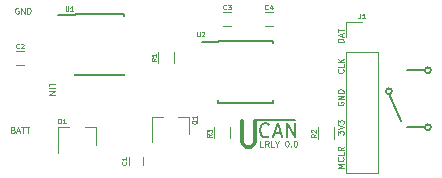
<source format=gbr>
G04 #@! TF.GenerationSoftware,KiCad,Pcbnew,(2018-02-16 revision c95340fba)-makepkg*
G04 #@! TF.CreationDate,2018-04-16T21:08:27+02:00*
G04 #@! TF.ProjectId,lin_bb,6C696E5F62622E6B696361645F706362,rev?*
G04 #@! TF.SameCoordinates,Original*
G04 #@! TF.FileFunction,Legend,Top*
G04 #@! TF.FilePolarity,Positive*
%FSLAX46Y46*%
G04 Gerber Fmt 4.6, Leading zero omitted, Abs format (unit mm)*
G04 Created by KiCad (PCBNEW (2018-02-16 revision c95340fba)-makepkg) date 04/16/18 21:08:27*
%MOMM*%
%LPD*%
G01*
G04 APERTURE LIST*
%ADD10C,0.200000*%
%ADD11C,0.300000*%
%ADD12C,0.125000*%
%ADD13C,0.120000*%
%ADD14C,0.150000*%
%ADD15C,0.100000*%
G04 APERTURE END LIST*
D10*
X157861000Y-118491000D02*
X161226500Y-118491000D01*
D11*
X156718071Y-118556238D02*
X156718071Y-120337190D01*
X156813309Y-120546714D01*
X156908547Y-120651476D01*
X157099023Y-120756238D01*
X157479976Y-120756238D01*
X157670452Y-120651476D01*
X157765690Y-120546714D01*
X157860928Y-120337190D01*
X157860928Y-118556238D01*
D12*
X158531880Y-120749190D02*
X158293785Y-120749190D01*
X158293785Y-120249190D01*
X158984261Y-120749190D02*
X158817595Y-120511095D01*
X158698547Y-120749190D02*
X158698547Y-120249190D01*
X158889023Y-120249190D01*
X158936642Y-120273000D01*
X158960452Y-120296809D01*
X158984261Y-120344428D01*
X158984261Y-120415857D01*
X158960452Y-120463476D01*
X158936642Y-120487285D01*
X158889023Y-120511095D01*
X158698547Y-120511095D01*
X159436642Y-120749190D02*
X159198547Y-120749190D01*
X159198547Y-120249190D01*
X159698547Y-120511095D02*
X159698547Y-120749190D01*
X159531880Y-120249190D02*
X159698547Y-120511095D01*
X159865214Y-120249190D01*
X160508071Y-120249190D02*
X160555690Y-120249190D01*
X160603309Y-120273000D01*
X160627119Y-120296809D01*
X160650928Y-120344428D01*
X160674738Y-120439666D01*
X160674738Y-120558714D01*
X160650928Y-120653952D01*
X160627119Y-120701571D01*
X160603309Y-120725380D01*
X160555690Y-120749190D01*
X160508071Y-120749190D01*
X160460452Y-120725380D01*
X160436642Y-120701571D01*
X160412833Y-120653952D01*
X160389023Y-120558714D01*
X160389023Y-120439666D01*
X160412833Y-120344428D01*
X160436642Y-120296809D01*
X160460452Y-120273000D01*
X160508071Y-120249190D01*
X160889023Y-120701571D02*
X160912833Y-120725380D01*
X160889023Y-120749190D01*
X160865214Y-120725380D01*
X160889023Y-120701571D01*
X160889023Y-120749190D01*
X161222357Y-120249190D02*
X161269976Y-120249190D01*
X161317595Y-120273000D01*
X161341404Y-120296809D01*
X161365214Y-120344428D01*
X161389023Y-120439666D01*
X161389023Y-120558714D01*
X161365214Y-120653952D01*
X161341404Y-120701571D01*
X161317595Y-120725380D01*
X161269976Y-120749190D01*
X161222357Y-120749190D01*
X161174738Y-120725380D01*
X161150928Y-120701571D01*
X161127119Y-120653952D01*
X161103309Y-120558714D01*
X161103309Y-120439666D01*
X161127119Y-120344428D01*
X161150928Y-120296809D01*
X161174738Y-120273000D01*
X161222357Y-120249190D01*
D10*
X158994571Y-119872071D02*
X158937428Y-119929214D01*
X158766000Y-119986357D01*
X158651714Y-119986357D01*
X158480285Y-119929214D01*
X158366000Y-119814928D01*
X158308857Y-119700642D01*
X158251714Y-119472071D01*
X158251714Y-119300642D01*
X158308857Y-119072071D01*
X158366000Y-118957785D01*
X158480285Y-118843500D01*
X158651714Y-118786357D01*
X158766000Y-118786357D01*
X158937428Y-118843500D01*
X158994571Y-118900642D01*
X159451714Y-119643500D02*
X160023142Y-119643500D01*
X159337428Y-119986357D02*
X159737428Y-118786357D01*
X160137428Y-119986357D01*
X160537428Y-119986357D02*
X160537428Y-118786357D01*
X161223142Y-119986357D01*
X161223142Y-118786357D01*
D12*
X137362476Y-119344285D02*
X137433904Y-119368095D01*
X137457714Y-119391904D01*
X137481523Y-119439523D01*
X137481523Y-119510952D01*
X137457714Y-119558571D01*
X137433904Y-119582380D01*
X137386285Y-119606190D01*
X137195809Y-119606190D01*
X137195809Y-119106190D01*
X137362476Y-119106190D01*
X137410095Y-119130000D01*
X137433904Y-119153809D01*
X137457714Y-119201428D01*
X137457714Y-119249047D01*
X137433904Y-119296666D01*
X137410095Y-119320476D01*
X137362476Y-119344285D01*
X137195809Y-119344285D01*
X137672000Y-119463333D02*
X137910095Y-119463333D01*
X137624380Y-119606190D02*
X137791047Y-119106190D01*
X137957714Y-119606190D01*
X138052952Y-119106190D02*
X138338666Y-119106190D01*
X138195809Y-119606190D02*
X138195809Y-119106190D01*
X138433904Y-119106190D02*
X138719619Y-119106190D01*
X138576761Y-119606190D02*
X138576761Y-119106190D01*
X140426309Y-115661309D02*
X140426309Y-115423214D01*
X140926309Y-115423214D01*
X140426309Y-115827976D02*
X140926309Y-115827976D01*
X140426309Y-116066071D02*
X140926309Y-116066071D01*
X140426309Y-116351785D01*
X140926309Y-116351785D01*
X137795047Y-109033500D02*
X137747428Y-109009690D01*
X137676000Y-109009690D01*
X137604571Y-109033500D01*
X137556952Y-109081119D01*
X137533142Y-109128738D01*
X137509333Y-109223976D01*
X137509333Y-109295404D01*
X137533142Y-109390642D01*
X137556952Y-109438261D01*
X137604571Y-109485880D01*
X137676000Y-109509690D01*
X137723619Y-109509690D01*
X137795047Y-109485880D01*
X137818857Y-109462071D01*
X137818857Y-109295404D01*
X137723619Y-109295404D01*
X138033142Y-109509690D02*
X138033142Y-109009690D01*
X138318857Y-109509690D01*
X138318857Y-109009690D01*
X138556952Y-109509690D02*
X138556952Y-109009690D01*
X138676000Y-109009690D01*
X138747428Y-109033500D01*
X138795047Y-109081119D01*
X138818857Y-109128738D01*
X138842666Y-109223976D01*
X138842666Y-109295404D01*
X138818857Y-109390642D01*
X138795047Y-109438261D01*
X138747428Y-109485880D01*
X138676000Y-109509690D01*
X138556952Y-109509690D01*
D10*
X172720000Y-119126000D02*
G75*
G03X172720000Y-119126000I-254000J0D01*
G01*
X172720000Y-114300000D02*
G75*
G03X172720000Y-114300000I-254000J0D01*
G01*
X169418000Y-116078000D02*
G75*
G03X169418000Y-116078000I-254000J0D01*
G01*
X170180000Y-118618000D02*
X169164000Y-116332000D01*
X172212000Y-114300000D02*
X170688000Y-114300000D01*
X172212000Y-119126000D02*
X170688000Y-119126000D01*
D12*
X165278571Y-114216619D02*
X165302380Y-114240428D01*
X165326190Y-114311857D01*
X165326190Y-114359476D01*
X165302380Y-114430904D01*
X165254761Y-114478523D01*
X165207142Y-114502333D01*
X165111904Y-114526142D01*
X165040476Y-114526142D01*
X164945238Y-114502333D01*
X164897619Y-114478523D01*
X164850000Y-114430904D01*
X164826190Y-114359476D01*
X164826190Y-114311857D01*
X164850000Y-114240428D01*
X164873809Y-114216619D01*
X165326190Y-113764238D02*
X165326190Y-114002333D01*
X164826190Y-114002333D01*
X165326190Y-113597571D02*
X164826190Y-113597571D01*
X165326190Y-113311857D02*
X165040476Y-113526142D01*
X164826190Y-113311857D02*
X165111904Y-113597571D01*
X165326190Y-111914714D02*
X164826190Y-111914714D01*
X164826190Y-111795666D01*
X164850000Y-111724238D01*
X164897619Y-111676619D01*
X164945238Y-111652809D01*
X165040476Y-111629000D01*
X165111904Y-111629000D01*
X165207142Y-111652809D01*
X165254761Y-111676619D01*
X165302380Y-111724238D01*
X165326190Y-111795666D01*
X165326190Y-111914714D01*
X165183333Y-111438523D02*
X165183333Y-111200428D01*
X165326190Y-111486142D02*
X164826190Y-111319476D01*
X165326190Y-111152809D01*
X164826190Y-111057571D02*
X164826190Y-110771857D01*
X165326190Y-110914714D02*
X164826190Y-110914714D01*
X164850000Y-116966952D02*
X164826190Y-117014571D01*
X164826190Y-117086000D01*
X164850000Y-117157428D01*
X164897619Y-117205047D01*
X164945238Y-117228857D01*
X165040476Y-117252666D01*
X165111904Y-117252666D01*
X165207142Y-117228857D01*
X165254761Y-117205047D01*
X165302380Y-117157428D01*
X165326190Y-117086000D01*
X165326190Y-117038380D01*
X165302380Y-116966952D01*
X165278571Y-116943142D01*
X165111904Y-116943142D01*
X165111904Y-117038380D01*
X165326190Y-116728857D02*
X164826190Y-116728857D01*
X165326190Y-116443142D01*
X164826190Y-116443142D01*
X165326190Y-116205047D02*
X164826190Y-116205047D01*
X164826190Y-116086000D01*
X164850000Y-116014571D01*
X164897619Y-115966952D01*
X164945238Y-115943142D01*
X165040476Y-115919333D01*
X165111904Y-115919333D01*
X165207142Y-115943142D01*
X165254761Y-115966952D01*
X165302380Y-116014571D01*
X165326190Y-116086000D01*
X165326190Y-116205047D01*
X165326190Y-122535047D02*
X164826190Y-122535047D01*
X165183333Y-122368380D01*
X164826190Y-122201714D01*
X165326190Y-122201714D01*
X165278571Y-121677904D02*
X165302380Y-121701714D01*
X165326190Y-121773142D01*
X165326190Y-121820761D01*
X165302380Y-121892190D01*
X165254761Y-121939809D01*
X165207142Y-121963619D01*
X165111904Y-121987428D01*
X165040476Y-121987428D01*
X164945238Y-121963619D01*
X164897619Y-121939809D01*
X164850000Y-121892190D01*
X164826190Y-121820761D01*
X164826190Y-121773142D01*
X164850000Y-121701714D01*
X164873809Y-121677904D01*
X165326190Y-121225523D02*
X165326190Y-121463619D01*
X164826190Y-121463619D01*
X165326190Y-120773142D02*
X165088095Y-120939809D01*
X165326190Y-121058857D02*
X164826190Y-121058857D01*
X164826190Y-120868380D01*
X164850000Y-120820761D01*
X164873809Y-120796952D01*
X164921428Y-120773142D01*
X164992857Y-120773142D01*
X165040476Y-120796952D01*
X165064285Y-120820761D01*
X165088095Y-120868380D01*
X165088095Y-121058857D01*
X164826190Y-119745047D02*
X164826190Y-119435523D01*
X165016666Y-119602190D01*
X165016666Y-119530761D01*
X165040476Y-119483142D01*
X165064285Y-119459333D01*
X165111904Y-119435523D01*
X165230952Y-119435523D01*
X165278571Y-119459333D01*
X165302380Y-119483142D01*
X165326190Y-119530761D01*
X165326190Y-119673619D01*
X165302380Y-119721238D01*
X165278571Y-119745047D01*
X164826190Y-119292666D02*
X165326190Y-119126000D01*
X164826190Y-118959333D01*
X164826190Y-118840285D02*
X164826190Y-118530761D01*
X165016666Y-118697428D01*
X165016666Y-118626000D01*
X165040476Y-118578380D01*
X165064285Y-118554571D01*
X165111904Y-118530761D01*
X165230952Y-118530761D01*
X165278571Y-118554571D01*
X165302380Y-118578380D01*
X165326190Y-118626000D01*
X165326190Y-118768857D01*
X165302380Y-118816476D01*
X165278571Y-118840285D01*
D13*
X147164500Y-122333500D02*
X147164500Y-121633500D01*
X148364500Y-121633500D02*
X148364500Y-122333500D01*
X138272000Y-113884000D02*
X137572000Y-113884000D01*
X137572000Y-112684000D02*
X138272000Y-112684000D01*
X165548000Y-110176000D02*
X166878000Y-110176000D01*
X165548000Y-111506000D02*
X165548000Y-110176000D01*
X165548000Y-112776000D02*
X168208000Y-112776000D01*
X168208000Y-112776000D02*
X168208000Y-122996000D01*
X165548000Y-112776000D02*
X165548000Y-122996000D01*
X165548000Y-122996000D02*
X168208000Y-122996000D01*
X149624500Y-113720500D02*
X149624500Y-112720500D01*
X150984500Y-112720500D02*
X150984500Y-113720500D01*
D14*
X142578000Y-109616000D02*
X141178000Y-109616000D01*
X142578000Y-114716000D02*
X146728000Y-114716000D01*
X142578000Y-109566000D02*
X146728000Y-109566000D01*
X142578000Y-114716000D02*
X142578000Y-114571000D01*
X146728000Y-114716000D02*
X146728000Y-114571000D01*
X146728000Y-109566000D02*
X146728000Y-109711000D01*
X142578000Y-109566000D02*
X142578000Y-109616000D01*
D13*
X155098000Y-109382000D02*
X155798000Y-109382000D01*
X155798000Y-110582000D02*
X155098000Y-110582000D01*
X159342000Y-110582000D02*
X158642000Y-110582000D01*
X158642000Y-109382000D02*
X159342000Y-109382000D01*
X144328000Y-119128000D02*
X144328000Y-120588000D01*
X141168000Y-119128000D02*
X141168000Y-121288000D01*
X141168000Y-119128000D02*
X142098000Y-119128000D01*
X144328000Y-119128000D02*
X143398000Y-119128000D01*
X163150000Y-120134000D02*
X163150000Y-119134000D01*
X164510000Y-119134000D02*
X164510000Y-120134000D01*
X152265500Y-118239000D02*
X152265500Y-119699000D01*
X149105500Y-118239000D02*
X149105500Y-120399000D01*
X149105500Y-118239000D02*
X150035500Y-118239000D01*
X152265500Y-118239000D02*
X151335500Y-118239000D01*
D14*
X154710500Y-111927000D02*
X153360500Y-111927000D01*
X154710500Y-117052000D02*
X159360500Y-117052000D01*
X154710500Y-111802000D02*
X159360500Y-111802000D01*
X154710500Y-117052000D02*
X154710500Y-116827000D01*
X159360500Y-117052000D02*
X159360500Y-116827000D01*
X159360500Y-111802000D02*
X159360500Y-112027000D01*
X154710500Y-111802000D02*
X154710500Y-111927000D01*
D13*
X155747000Y-119070500D02*
X155747000Y-120070500D01*
X154387000Y-120070500D02*
X154387000Y-119070500D01*
D15*
X146891357Y-122050166D02*
X146910404Y-122069214D01*
X146929452Y-122126357D01*
X146929452Y-122164452D01*
X146910404Y-122221595D01*
X146872309Y-122259690D01*
X146834214Y-122278738D01*
X146758023Y-122297785D01*
X146700880Y-122297785D01*
X146624690Y-122278738D01*
X146586595Y-122259690D01*
X146548500Y-122221595D01*
X146529452Y-122164452D01*
X146529452Y-122126357D01*
X146548500Y-122069214D01*
X146567547Y-122050166D01*
X146929452Y-121669214D02*
X146929452Y-121897785D01*
X146929452Y-121783500D02*
X146529452Y-121783500D01*
X146586595Y-121821595D01*
X146624690Y-121859690D01*
X146643738Y-121897785D01*
X137855333Y-112410857D02*
X137836285Y-112429904D01*
X137779142Y-112448952D01*
X137741047Y-112448952D01*
X137683904Y-112429904D01*
X137645809Y-112391809D01*
X137626761Y-112353714D01*
X137607714Y-112277523D01*
X137607714Y-112220380D01*
X137626761Y-112144190D01*
X137645809Y-112106095D01*
X137683904Y-112068000D01*
X137741047Y-112048952D01*
X137779142Y-112048952D01*
X137836285Y-112068000D01*
X137855333Y-112087047D01*
X138007714Y-112087047D02*
X138026761Y-112068000D01*
X138064857Y-112048952D01*
X138160095Y-112048952D01*
X138198190Y-112068000D01*
X138217238Y-112087047D01*
X138236285Y-112125142D01*
X138236285Y-112163238D01*
X138217238Y-112220380D01*
X137988666Y-112448952D01*
X138236285Y-112448952D01*
X166744666Y-109508952D02*
X166744666Y-109794666D01*
X166725619Y-109851809D01*
X166687523Y-109889904D01*
X166630380Y-109908952D01*
X166592285Y-109908952D01*
X167144666Y-109908952D02*
X166916095Y-109908952D01*
X167030380Y-109908952D02*
X167030380Y-109508952D01*
X166992285Y-109566095D01*
X166954190Y-109604190D01*
X166916095Y-109623238D01*
X149469452Y-113287166D02*
X149278976Y-113420500D01*
X149469452Y-113515738D02*
X149069452Y-113515738D01*
X149069452Y-113363357D01*
X149088500Y-113325261D01*
X149107547Y-113306214D01*
X149145642Y-113287166D01*
X149202785Y-113287166D01*
X149240880Y-113306214D01*
X149259928Y-113325261D01*
X149278976Y-113363357D01*
X149278976Y-113515738D01*
X149469452Y-112906214D02*
X149469452Y-113134785D01*
X149469452Y-113020500D02*
X149069452Y-113020500D01*
X149126595Y-113058595D01*
X149164690Y-113096690D01*
X149183738Y-113134785D01*
X141808238Y-108873952D02*
X141808238Y-109197761D01*
X141827285Y-109235857D01*
X141846333Y-109254904D01*
X141884428Y-109273952D01*
X141960619Y-109273952D01*
X141998714Y-109254904D01*
X142017761Y-109235857D01*
X142036809Y-109197761D01*
X142036809Y-108873952D01*
X142436809Y-109273952D02*
X142208238Y-109273952D01*
X142322523Y-109273952D02*
X142322523Y-108873952D01*
X142284428Y-108931095D01*
X142246333Y-108969190D01*
X142208238Y-108988238D01*
X155381333Y-109108857D02*
X155362285Y-109127904D01*
X155305142Y-109146952D01*
X155267047Y-109146952D01*
X155209904Y-109127904D01*
X155171809Y-109089809D01*
X155152761Y-109051714D01*
X155133714Y-108975523D01*
X155133714Y-108918380D01*
X155152761Y-108842190D01*
X155171809Y-108804095D01*
X155209904Y-108766000D01*
X155267047Y-108746952D01*
X155305142Y-108746952D01*
X155362285Y-108766000D01*
X155381333Y-108785047D01*
X155514666Y-108746952D02*
X155762285Y-108746952D01*
X155628952Y-108899333D01*
X155686095Y-108899333D01*
X155724190Y-108918380D01*
X155743238Y-108937428D01*
X155762285Y-108975523D01*
X155762285Y-109070761D01*
X155743238Y-109108857D01*
X155724190Y-109127904D01*
X155686095Y-109146952D01*
X155571809Y-109146952D01*
X155533714Y-109127904D01*
X155514666Y-109108857D01*
X158925333Y-109108857D02*
X158906285Y-109127904D01*
X158849142Y-109146952D01*
X158811047Y-109146952D01*
X158753904Y-109127904D01*
X158715809Y-109089809D01*
X158696761Y-109051714D01*
X158677714Y-108975523D01*
X158677714Y-108918380D01*
X158696761Y-108842190D01*
X158715809Y-108804095D01*
X158753904Y-108766000D01*
X158811047Y-108746952D01*
X158849142Y-108746952D01*
X158906285Y-108766000D01*
X158925333Y-108785047D01*
X159268190Y-108880285D02*
X159268190Y-109146952D01*
X159172952Y-108727904D02*
X159077714Y-109013619D01*
X159325333Y-109013619D01*
X141182761Y-118798952D02*
X141182761Y-118398952D01*
X141278000Y-118398952D01*
X141335142Y-118418000D01*
X141373238Y-118456095D01*
X141392285Y-118494190D01*
X141411333Y-118570380D01*
X141411333Y-118627523D01*
X141392285Y-118703714D01*
X141373238Y-118741809D01*
X141335142Y-118779904D01*
X141278000Y-118798952D01*
X141182761Y-118798952D01*
X141792285Y-118798952D02*
X141563714Y-118798952D01*
X141678000Y-118798952D02*
X141678000Y-118398952D01*
X141639904Y-118456095D01*
X141601809Y-118494190D01*
X141563714Y-118513238D01*
X162994952Y-119700666D02*
X162804476Y-119834000D01*
X162994952Y-119929238D02*
X162594952Y-119929238D01*
X162594952Y-119776857D01*
X162614000Y-119738761D01*
X162633047Y-119719714D01*
X162671142Y-119700666D01*
X162728285Y-119700666D01*
X162766380Y-119719714D01*
X162785428Y-119738761D01*
X162804476Y-119776857D01*
X162804476Y-119929238D01*
X162633047Y-119548285D02*
X162614000Y-119529238D01*
X162594952Y-119491142D01*
X162594952Y-119395904D01*
X162614000Y-119357809D01*
X162633047Y-119338761D01*
X162671142Y-119319714D01*
X162709238Y-119319714D01*
X162766380Y-119338761D01*
X162994952Y-119567333D01*
X162994952Y-119319714D01*
X152936547Y-118529095D02*
X152917500Y-118567190D01*
X152879404Y-118605285D01*
X152822261Y-118662428D01*
X152803214Y-118700523D01*
X152803214Y-118738619D01*
X152898452Y-118719571D02*
X152879404Y-118757666D01*
X152841309Y-118795761D01*
X152765119Y-118814809D01*
X152631785Y-118814809D01*
X152555595Y-118795761D01*
X152517500Y-118757666D01*
X152498452Y-118719571D01*
X152498452Y-118643380D01*
X152517500Y-118605285D01*
X152555595Y-118567190D01*
X152631785Y-118548142D01*
X152765119Y-118548142D01*
X152841309Y-118567190D01*
X152879404Y-118605285D01*
X152898452Y-118643380D01*
X152898452Y-118719571D01*
X152898452Y-118167190D02*
X152898452Y-118395761D01*
X152898452Y-118281476D02*
X152498452Y-118281476D01*
X152555595Y-118319571D01*
X152593690Y-118357666D01*
X152612738Y-118395761D01*
X152920738Y-111032952D02*
X152920738Y-111356761D01*
X152939785Y-111394857D01*
X152958833Y-111413904D01*
X152996928Y-111432952D01*
X153073119Y-111432952D01*
X153111214Y-111413904D01*
X153130261Y-111394857D01*
X153149309Y-111356761D01*
X153149309Y-111032952D01*
X153320738Y-111071047D02*
X153339785Y-111052000D01*
X153377880Y-111032952D01*
X153473119Y-111032952D01*
X153511214Y-111052000D01*
X153530261Y-111071047D01*
X153549309Y-111109142D01*
X153549309Y-111147238D01*
X153530261Y-111204380D01*
X153301690Y-111432952D01*
X153549309Y-111432952D01*
X154168452Y-119700666D02*
X153977976Y-119834000D01*
X154168452Y-119929238D02*
X153768452Y-119929238D01*
X153768452Y-119776857D01*
X153787500Y-119738761D01*
X153806547Y-119719714D01*
X153844642Y-119700666D01*
X153901785Y-119700666D01*
X153939880Y-119719714D01*
X153958928Y-119738761D01*
X153977976Y-119776857D01*
X153977976Y-119929238D01*
X153768452Y-119567333D02*
X153768452Y-119319714D01*
X153920833Y-119453047D01*
X153920833Y-119395904D01*
X153939880Y-119357809D01*
X153958928Y-119338761D01*
X153997023Y-119319714D01*
X154092261Y-119319714D01*
X154130357Y-119338761D01*
X154149404Y-119357809D01*
X154168452Y-119395904D01*
X154168452Y-119510190D01*
X154149404Y-119548285D01*
X154130357Y-119567333D01*
M02*

</source>
